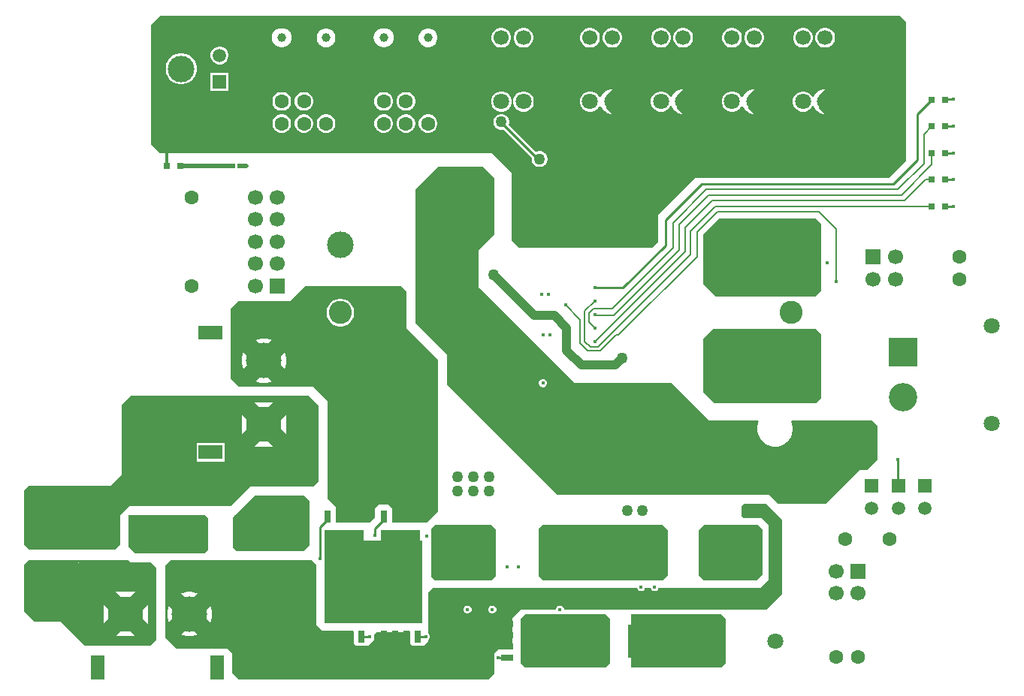
<source format=gtl>
G04*
G04 #@! TF.GenerationSoftware,Altium Limited,Altium Designer,24.1.2 (44)*
G04*
G04 Layer_Physical_Order=1*
G04 Layer_Color=255*
%FSLAX44Y44*%
%MOMM*%
G71*
G04*
G04 #@! TF.SameCoordinates,2E5B26B1-033E-4B1C-A529-2162076C627E*
G04*
G04*
G04 #@! TF.FilePolarity,Positive*
G04*
G01*
G75*
%ADD11C,0.2500*%
%ADD15C,0.2540*%
%ADD25R,4.6100X3.2500*%
%ADD26R,4.2418X3.8100*%
%ADD27R,0.8000X0.8000*%
%ADD28R,6.0000X2.6000*%
%ADD29R,0.7000X0.6000*%
%ADD64R,0.7100X1.3720*%
%ADD65R,1.3720X0.7100*%
%ADD66C,0.1500*%
%ADD67C,1.0000*%
%ADD68C,0.3500*%
%ADD69C,0.5000*%
%ADD70R,4.5200X3.8500*%
%ADD71R,3.8500X4.5200*%
%ADD72C,1.6000*%
%ADD73C,1.7000*%
%ADD74R,1.7000X1.7000*%
%ADD75R,1.6000X2.7000*%
%ADD76R,2.7000X1.6000*%
%ADD77C,1.8000*%
%ADD78C,1.5000*%
%ADD79R,1.5000X1.5000*%
%ADD80R,1.7000X1.7000*%
%ADD81R,4.0000X4.0000*%
%ADD82C,4.0000*%
%ADD83R,4.0000X4.0000*%
%ADD84C,3.2000*%
%ADD85R,3.2000X3.2000*%
%ADD86C,3.0000*%
%ADD87C,1.5200*%
%ADD88R,1.5200X1.5200*%
%ADD89C,1.0000*%
%ADD90O,4.0000X3.8000*%
%ADD91C,2.6000*%
%ADD92C,1.2700*%
%ADD93C,0.4000*%
G36*
X1003300Y748030D02*
Y590550D01*
X984250Y571500D01*
X765810D01*
X723900Y529590D01*
Y499110D01*
X717550Y492760D01*
X567690D01*
X558800Y501650D01*
Y577850D01*
X537210Y599440D01*
X162560D01*
X152400Y609600D01*
Y744220D01*
X162560Y754380D01*
X996950D01*
X1003300Y748030D01*
D02*
G37*
G36*
X908050Y519430D02*
X908050Y444500D01*
X901700Y438150D01*
X788670D01*
X774700Y452120D01*
Y508000D01*
X792480Y525780D01*
X901700D01*
X908050Y519430D01*
D02*
G37*
G36*
Y394970D02*
Y323850D01*
X901700Y317500D01*
X787400D01*
X774700Y330200D01*
Y389890D01*
X786130Y401320D01*
X901700D01*
X908050Y394970D01*
D02*
G37*
G36*
X539750Y571500D02*
Y508000D01*
X521970Y490220D01*
Y448310D01*
X629920Y340360D01*
X739140D01*
X781050Y298450D01*
X837080D01*
X837786Y297394D01*
X836730Y294846D01*
X835960Y290974D01*
Y287026D01*
X836730Y283155D01*
X838241Y279508D01*
X840434Y276225D01*
X843225Y273434D01*
X846507Y271241D01*
X850155Y269730D01*
X854026Y268960D01*
X857974D01*
X861845Y269730D01*
X865492Y271241D01*
X868775Y273434D01*
X871566Y276225D01*
X873759Y279508D01*
X875270Y283155D01*
X876040Y287026D01*
Y290974D01*
X875270Y294846D01*
X874214Y297394D01*
X874920Y298450D01*
X965200D01*
X971550Y292100D01*
Y254000D01*
X960120Y242570D01*
X951230Y242570D01*
X913130Y204470D01*
X859790Y204470D01*
X849630Y214630D01*
X610870D01*
X486410Y339090D01*
Y371853D01*
X450850Y408212D01*
Y558800D01*
X476250Y584200D01*
X527050D01*
X539750Y571500D01*
D02*
G37*
G36*
X330200Y326390D02*
X341630Y314960D01*
X341630Y229870D01*
X335280Y223520D01*
X264160D01*
X242570Y201930D01*
X128270Y201930D01*
X118110Y191770D01*
X118110Y158750D01*
X111760Y152400D01*
X15240D01*
X10000Y157640D01*
X10000Y219710D01*
X15080Y224790D01*
X106680D01*
X119380Y237490D01*
Y316230D01*
X129540Y326390D01*
X330200Y326390D01*
D02*
G37*
G36*
X440690Y443230D02*
Y402590D01*
X476250Y367030D01*
Y195580D01*
X463550Y182880D01*
X424180D01*
X424180Y199390D01*
X420370Y203200D01*
X408940D01*
X405130Y199390D01*
Y189050D01*
X398960Y182880D01*
X360680D01*
X360680Y200660D01*
X351790Y209550D01*
Y320040D01*
X335280Y336550D01*
X251460D01*
X242570Y345440D01*
Y424180D01*
X251460Y433070D01*
X309880D01*
X326390Y449580D01*
X434340D01*
X440690Y443230D01*
D02*
G37*
G36*
X735590Y175000D02*
Y124000D01*
X729590Y118000D01*
X594470D01*
X589280Y123190D01*
Y176530D01*
X593750Y181000D01*
X657000Y181000D01*
X657000Y181000D01*
X729590Y181000D01*
X735590Y175000D01*
D02*
G37*
G36*
X331470Y207010D02*
X331470Y157480D01*
X325120Y151130D01*
X248920D01*
X245110Y154940D01*
Y189230D01*
X269240Y213360D01*
X325120D01*
X331470Y207010D01*
D02*
G37*
G36*
X217170Y187960D02*
X217170Y152400D01*
X213360Y148590D01*
X134620Y148590D01*
X127620Y155590D01*
Y191770D01*
X213360D01*
X217170Y187960D01*
D02*
G37*
G36*
X842010Y175260D02*
Y124460D01*
X835550Y118000D01*
X776000D01*
X770000Y124000D01*
Y175000D01*
X776000Y181000D01*
X836270D01*
X842010Y175260D01*
D02*
G37*
G36*
X541020D02*
Y123190D01*
X535830Y118000D01*
X472550D01*
X468630Y121920D01*
Y176530D01*
X473100Y181000D01*
X535280D01*
X541020Y175260D01*
D02*
G37*
G36*
X863600Y186690D02*
X863600Y102870D01*
X845820Y85090D01*
X617950D01*
Y85993D01*
X617259Y87662D01*
X615982Y88939D01*
X614313Y89630D01*
X612507D01*
X610838Y88939D01*
X609561Y87662D01*
X608870Y85993D01*
Y85090D01*
X568960D01*
X560000Y74930D01*
Y40000D01*
X543560D01*
X539750Y35560D01*
Y32603D01*
X539460Y31903D01*
Y30097D01*
X539750Y29397D01*
Y12700D01*
X533400Y6350D01*
X251460D01*
X243840Y13970D01*
Y35560D01*
X242570Y36830D01*
X238760Y40640D01*
X181610D01*
X168910Y53340D01*
Y134620D01*
X175290Y141000D01*
X333980Y141000D01*
X339090Y135890D01*
X339090Y67310D01*
X345440Y60960D01*
X377190D01*
X377547Y60603D01*
X381000D01*
Y46990D01*
X383540Y44450D01*
X397510D01*
X403860Y50800D01*
Y57150D01*
X406400Y59690D01*
X411480D01*
Y60130D01*
X418480D01*
Y59690D01*
X424480D01*
Y60130D01*
X430480D01*
Y59690D01*
X430530D01*
X437480Y59690D01*
Y60130D01*
X444500D01*
Y57150D01*
D01*
Y46990D01*
X447040Y44450D01*
X459740D01*
X464820Y49530D01*
Y50748D01*
X464852Y50761D01*
X466129Y52038D01*
X466820Y53707D01*
Y55513D01*
X466129Y57182D01*
X464852Y58459D01*
X464820Y58472D01*
X464820Y104140D01*
X469900Y109220D01*
X560000Y109220D01*
X700521D01*
X701101Y107818D01*
X702378Y106541D01*
X704047Y105850D01*
X705853D01*
X707522Y106541D01*
X708799Y107818D01*
X709379Y109220D01*
X715761D01*
X716341Y107818D01*
X717618Y106541D01*
X719287Y105850D01*
X721093D01*
X722762Y106541D01*
X724039Y107818D01*
X724619Y109220D01*
X839470D01*
X848360Y118110D01*
Y180340D01*
X840740Y187960D01*
X820420D01*
X817880Y190500D01*
Y201930D01*
X820420Y204470D01*
X845820D01*
X863600Y186690D01*
D02*
G37*
G36*
X458470Y69850D02*
X347950D01*
Y162560D01*
X458470D01*
Y69850D01*
D02*
G37*
G36*
X129540Y138430D02*
X152400D01*
X158750Y132080D01*
X158750Y50800D01*
X158750D01*
X152400Y44450D01*
X77470Y44450D01*
X50800Y71120D01*
X21590D01*
X10000Y82710D01*
X10000Y135730D01*
X15240Y140970D01*
X127000Y140970D01*
X129540Y138430D01*
D02*
G37*
G36*
X800000Y75182D02*
Y24818D01*
X795000Y20000D01*
X694000D01*
Y80000D01*
X795000Y80000D01*
X800000Y75182D01*
D02*
G37*
G36*
X669818D02*
Y24818D01*
X665000Y20000D01*
X574000D01*
X569000Y25000D01*
Y75000D01*
X574000Y80000D01*
X665000D01*
X669818Y75182D01*
D02*
G37*
%LPC*%
G36*
X466388Y740540D02*
X463612D01*
X460932Y739822D01*
X458528Y738434D01*
X456566Y736472D01*
X455178Y734068D01*
X454460Y731388D01*
Y728612D01*
X455178Y725932D01*
X456566Y723528D01*
X458528Y721566D01*
X460932Y720178D01*
X463612Y719460D01*
X466388D01*
X469068Y720178D01*
X471472Y721566D01*
X473434Y723528D01*
X474822Y725932D01*
X475540Y728612D01*
Y731388D01*
X474822Y734068D01*
X473434Y736472D01*
X471472Y738434D01*
X469068Y739822D01*
X466388Y740540D01*
D02*
G37*
G36*
X351388D02*
X348612D01*
X345932Y739822D01*
X343528Y738434D01*
X341566Y736472D01*
X340178Y734068D01*
X339460Y731388D01*
Y728612D01*
X340178Y725932D01*
X341566Y723528D01*
X343528Y721566D01*
X345932Y720178D01*
X348612Y719460D01*
X351388D01*
X354068Y720178D01*
X356472Y721566D01*
X358434Y723528D01*
X359822Y725932D01*
X360540Y728612D01*
Y731388D01*
X359822Y734068D01*
X358434Y736472D01*
X356472Y738434D01*
X354068Y739822D01*
X351388Y740540D01*
D02*
G37*
G36*
X415750Y740631D02*
X414250D01*
X411498Y740269D01*
X408935Y739207D01*
X406733Y737517D01*
X405043Y735315D01*
X403981Y732751D01*
X403619Y730000D01*
X403981Y727249D01*
X405043Y724685D01*
X406733Y722483D01*
X408935Y720793D01*
X411498Y719731D01*
X414250Y719369D01*
X415750D01*
X418502Y719731D01*
X421065Y720793D01*
X423267Y722483D01*
X424957Y724685D01*
X426019Y727249D01*
X426381Y730000D01*
X426019Y732751D01*
X424957Y735315D01*
X423267Y737517D01*
X421065Y739207D01*
X418502Y740269D01*
X415750Y740631D01*
D02*
G37*
G36*
X300750D02*
X299250D01*
X296499Y740269D01*
X293934Y739207D01*
X291733Y737517D01*
X290043Y735315D01*
X288981Y732751D01*
X288619Y730000D01*
X288981Y727249D01*
X290043Y724685D01*
X291733Y722483D01*
X293934Y720793D01*
X296499Y719731D01*
X299250Y719369D01*
X300750D01*
X303501Y719731D01*
X306066Y720793D01*
X308267Y722483D01*
X309957Y724685D01*
X311019Y727249D01*
X311381Y730000D01*
X311019Y732751D01*
X309957Y735315D01*
X308267Y737517D01*
X306066Y739207D01*
X303501Y740269D01*
X300750Y740631D01*
D02*
G37*
G36*
X913953Y740840D02*
X911047D01*
X908239Y740088D01*
X905721Y738634D01*
X903666Y736579D01*
X902212Y734061D01*
X901460Y731253D01*
Y728346D01*
X902212Y725539D01*
X903666Y723021D01*
X905721Y720966D01*
X908239Y719512D01*
X911047Y718760D01*
X913953D01*
X916761Y719512D01*
X919279Y720966D01*
X921334Y723021D01*
X922788Y725539D01*
X923540Y728346D01*
Y731253D01*
X922788Y734061D01*
X921334Y736579D01*
X919279Y738634D01*
X916761Y740088D01*
X913953Y740840D01*
D02*
G37*
G36*
X888953D02*
X886047D01*
X883239Y740088D01*
X880721Y738634D01*
X878666Y736579D01*
X877212Y734061D01*
X876460Y731253D01*
Y728346D01*
X877212Y725539D01*
X878666Y723021D01*
X880721Y720966D01*
X883239Y719512D01*
X886047Y718760D01*
X888953D01*
X891761Y719512D01*
X894279Y720966D01*
X896334Y723021D01*
X897788Y725539D01*
X898540Y728346D01*
Y731253D01*
X897788Y734061D01*
X896334Y736579D01*
X894279Y738634D01*
X891761Y740088D01*
X888953Y740840D01*
D02*
G37*
G36*
X833953D02*
X831047D01*
X828239Y740088D01*
X825721Y738634D01*
X823666Y736579D01*
X822212Y734061D01*
X821460Y731253D01*
Y728346D01*
X822212Y725539D01*
X823666Y723021D01*
X825721Y720966D01*
X828239Y719512D01*
X831047Y718760D01*
X833953D01*
X836761Y719512D01*
X839279Y720966D01*
X841334Y723021D01*
X842788Y725539D01*
X843540Y728346D01*
Y731253D01*
X842788Y734061D01*
X841334Y736579D01*
X839279Y738634D01*
X836761Y740088D01*
X833953Y740840D01*
D02*
G37*
G36*
X808953D02*
X806047D01*
X803239Y740088D01*
X800721Y738634D01*
X798666Y736579D01*
X797212Y734061D01*
X796460Y731253D01*
Y728346D01*
X797212Y725539D01*
X798666Y723021D01*
X800721Y720966D01*
X803239Y719512D01*
X806047Y718760D01*
X808953D01*
X811761Y719512D01*
X814279Y720966D01*
X816334Y723021D01*
X817788Y725539D01*
X818540Y728346D01*
Y731253D01*
X817788Y734061D01*
X816334Y736579D01*
X814279Y738634D01*
X811761Y740088D01*
X808953Y740840D01*
D02*
G37*
G36*
X753953D02*
X751047D01*
X748239Y740088D01*
X745721Y738634D01*
X743666Y736579D01*
X742212Y734061D01*
X741460Y731253D01*
Y728346D01*
X742212Y725539D01*
X743666Y723021D01*
X745721Y720966D01*
X748239Y719512D01*
X751047Y718760D01*
X753953D01*
X756761Y719512D01*
X759279Y720966D01*
X761334Y723021D01*
X762788Y725539D01*
X763540Y728346D01*
Y731253D01*
X762788Y734061D01*
X761334Y736579D01*
X759279Y738634D01*
X756761Y740088D01*
X753953Y740840D01*
D02*
G37*
G36*
X728953D02*
X726047D01*
X723239Y740088D01*
X720721Y738634D01*
X718666Y736579D01*
X717212Y734061D01*
X716460Y731253D01*
Y728346D01*
X717212Y725539D01*
X718666Y723021D01*
X720721Y720966D01*
X723239Y719512D01*
X726047Y718760D01*
X728953D01*
X731761Y719512D01*
X734279Y720966D01*
X736334Y723021D01*
X737788Y725539D01*
X738540Y728346D01*
Y731253D01*
X737788Y734061D01*
X736334Y736579D01*
X734279Y738634D01*
X731761Y740088D01*
X728953Y740840D01*
D02*
G37*
G36*
X673953D02*
X671047D01*
X668239Y740088D01*
X665721Y738634D01*
X663666Y736579D01*
X662212Y734061D01*
X661460Y731253D01*
Y728346D01*
X662212Y725539D01*
X663666Y723021D01*
X665721Y720966D01*
X668239Y719512D01*
X671047Y718760D01*
X673953D01*
X676761Y719512D01*
X679279Y720966D01*
X681334Y723021D01*
X682788Y725539D01*
X683540Y728346D01*
Y731253D01*
X682788Y734061D01*
X681334Y736579D01*
X679279Y738634D01*
X676761Y740088D01*
X673953Y740840D01*
D02*
G37*
G36*
X648953D02*
X646047D01*
X643239Y740088D01*
X640721Y738634D01*
X638666Y736579D01*
X637212Y734061D01*
X636460Y731253D01*
Y728346D01*
X637212Y725539D01*
X638666Y723021D01*
X640721Y720966D01*
X643239Y719512D01*
X646047Y718760D01*
X648953D01*
X651761Y719512D01*
X654279Y720966D01*
X656334Y723021D01*
X657788Y725539D01*
X658540Y728346D01*
Y731253D01*
X657788Y734061D01*
X656334Y736579D01*
X654279Y738634D01*
X651761Y740088D01*
X648953Y740840D01*
D02*
G37*
G36*
X573953D02*
X571046D01*
X568239Y740088D01*
X565721Y738634D01*
X563666Y736579D01*
X562212Y734061D01*
X561460Y731253D01*
Y728346D01*
X562212Y725539D01*
X563666Y723021D01*
X565721Y720966D01*
X568239Y719512D01*
X571046Y718760D01*
X573953D01*
X576761Y719512D01*
X579279Y720966D01*
X581334Y723021D01*
X582788Y725539D01*
X583540Y728346D01*
Y731253D01*
X582788Y734061D01*
X581334Y736579D01*
X579279Y738634D01*
X576761Y740088D01*
X573953Y740840D01*
D02*
G37*
G36*
X548953D02*
X546046D01*
X543239Y740088D01*
X540721Y738634D01*
X538666Y736579D01*
X537212Y734061D01*
X536460Y731253D01*
Y728346D01*
X537212Y725539D01*
X538666Y723021D01*
X540721Y720966D01*
X543239Y719512D01*
X546046Y718760D01*
X548953D01*
X551761Y719512D01*
X554279Y720966D01*
X556334Y723021D01*
X557788Y725539D01*
X558540Y728346D01*
Y731253D01*
X557788Y734061D01*
X556334Y736579D01*
X554279Y738634D01*
X551761Y740088D01*
X548953Y740840D01*
D02*
G37*
G36*
X231335Y720140D02*
X228665D01*
X226086Y719449D01*
X223774Y718114D01*
X221886Y716226D01*
X220551Y713914D01*
X219860Y711335D01*
Y708665D01*
X220551Y706086D01*
X221886Y703774D01*
X223774Y701886D01*
X226086Y700551D01*
X228665Y699860D01*
X231335D01*
X233914Y700551D01*
X236226Y701886D01*
X238114Y703774D01*
X239449Y706086D01*
X240140Y708665D01*
Y711335D01*
X239449Y713914D01*
X238114Y716226D01*
X236226Y718114D01*
X233914Y719449D01*
X231335Y720140D01*
D02*
G37*
G36*
X188528Y712540D02*
X185072D01*
X181684Y711866D01*
X178492Y710544D01*
X175619Y708624D01*
X173176Y706181D01*
X171256Y703308D01*
X169934Y700116D01*
X169260Y696728D01*
Y693272D01*
X169934Y689884D01*
X171256Y686692D01*
X173176Y683819D01*
X175619Y681376D01*
X178492Y679456D01*
X181684Y678134D01*
X185072Y677460D01*
X188528D01*
X191916Y678134D01*
X195108Y679456D01*
X197981Y681376D01*
X200424Y683819D01*
X202344Y686692D01*
X203666Y689884D01*
X204340Y693272D01*
Y696728D01*
X203666Y700116D01*
X202344Y703308D01*
X200424Y706181D01*
X197981Y708624D01*
X195108Y710544D01*
X191916Y711866D01*
X188528Y712540D01*
D02*
G37*
G36*
X240140Y690140D02*
X219860D01*
Y669860D01*
X240140D01*
Y690140D01*
D02*
G37*
G36*
X912358Y672000D02*
X910657D01*
X907096Y671046D01*
X903904Y669203D01*
X901297Y666596D01*
X899454Y663404D01*
X899359Y663048D01*
X898002Y662890D01*
X896734Y665086D01*
X894586Y667234D01*
X891954Y668754D01*
X889019Y669540D01*
X885981D01*
X883046Y668754D01*
X880414Y667234D01*
X878266Y665086D01*
X876747Y662454D01*
X875960Y659519D01*
Y656481D01*
X876747Y653546D01*
X878266Y650914D01*
X880414Y648766D01*
X883046Y647246D01*
X885981Y646460D01*
X889019D01*
X891954Y647246D01*
X894586Y648766D01*
X896734Y650914D01*
X898002Y653110D01*
X899359Y652952D01*
X899454Y652596D01*
X901297Y649404D01*
X903904Y646797D01*
X907096Y644954D01*
X910657Y644000D01*
X912358D01*
X905429Y650929D01*
X912500Y658000D01*
X905429Y665071D01*
X912358Y672000D01*
D02*
G37*
G36*
X832358D02*
X830657D01*
X827096Y671046D01*
X823904Y669203D01*
X821297Y666596D01*
X819454Y663404D01*
X819359Y663048D01*
X818002Y662890D01*
X816734Y665086D01*
X814586Y667234D01*
X811954Y668754D01*
X809019Y669540D01*
X805981D01*
X803046Y668754D01*
X800414Y667234D01*
X798266Y665086D01*
X796747Y662454D01*
X795960Y659519D01*
Y656481D01*
X796747Y653546D01*
X798266Y650914D01*
X800414Y648766D01*
X803046Y647246D01*
X805981Y646460D01*
X809019D01*
X811954Y647246D01*
X814586Y648766D01*
X816734Y650914D01*
X818002Y653110D01*
X819359Y652952D01*
X819454Y652596D01*
X821297Y649404D01*
X823904Y646797D01*
X827096Y644954D01*
X830657Y644000D01*
X832358D01*
X825429Y650929D01*
X832500Y658000D01*
X825429Y665071D01*
X832358Y672000D01*
D02*
G37*
G36*
X752358D02*
X750657D01*
X747096Y671046D01*
X743904Y669203D01*
X741297Y666596D01*
X739454Y663404D01*
X739359Y663048D01*
X738002Y662890D01*
X736734Y665086D01*
X734586Y667234D01*
X731954Y668754D01*
X729019Y669540D01*
X725981D01*
X723046Y668754D01*
X720414Y667234D01*
X718266Y665086D01*
X716746Y662454D01*
X715960Y659519D01*
Y656481D01*
X716746Y653546D01*
X718266Y650914D01*
X720414Y648766D01*
X723046Y647246D01*
X725981Y646460D01*
X729019D01*
X731954Y647246D01*
X734586Y648766D01*
X736734Y650914D01*
X738002Y653110D01*
X739359Y652952D01*
X739454Y652596D01*
X741297Y649404D01*
X743904Y646797D01*
X747096Y644954D01*
X750657Y644000D01*
X752358D01*
X745429Y650929D01*
X752500Y658000D01*
X745429Y665071D01*
X752358Y672000D01*
D02*
G37*
G36*
X672358D02*
X670657D01*
X667096Y671046D01*
X663904Y669203D01*
X661297Y666596D01*
X659454Y663404D01*
X659359Y663048D01*
X658002Y662890D01*
X656734Y665086D01*
X654586Y667234D01*
X651954Y668754D01*
X649019Y669540D01*
X645981D01*
X643046Y668754D01*
X640414Y667234D01*
X638266Y665086D01*
X636746Y662454D01*
X635960Y659519D01*
Y656481D01*
X636746Y653546D01*
X638266Y650914D01*
X640414Y648766D01*
X643046Y647246D01*
X645981Y646460D01*
X649019D01*
X651954Y647246D01*
X654586Y648766D01*
X656734Y650914D01*
X658002Y653110D01*
X659359Y652952D01*
X659454Y652596D01*
X661297Y649404D01*
X663904Y646797D01*
X667096Y644954D01*
X670657Y644000D01*
X672358D01*
X665429Y650929D01*
X672500Y658000D01*
X665429Y665071D01*
X672358Y672000D01*
D02*
G37*
G36*
X441388Y668740D02*
X438612D01*
X435932Y668022D01*
X433528Y666634D01*
X431566Y664672D01*
X430178Y662268D01*
X429460Y659588D01*
Y656812D01*
X430178Y654132D01*
X431566Y651728D01*
X433528Y649766D01*
X435932Y648378D01*
X438612Y647660D01*
X441388D01*
X444068Y648378D01*
X446472Y649766D01*
X448434Y651728D01*
X449822Y654132D01*
X450540Y656812D01*
Y659588D01*
X449822Y662268D01*
X448434Y664672D01*
X446472Y666634D01*
X444068Y668022D01*
X441388Y668740D01*
D02*
G37*
G36*
X416388D02*
X413612D01*
X410932Y668022D01*
X408528Y666634D01*
X406566Y664672D01*
X405178Y662268D01*
X404460Y659588D01*
Y656812D01*
X405178Y654132D01*
X406566Y651728D01*
X408528Y649766D01*
X410932Y648378D01*
X413612Y647660D01*
X416388D01*
X419068Y648378D01*
X421472Y649766D01*
X423434Y651728D01*
X424822Y654132D01*
X425540Y656812D01*
Y659588D01*
X424822Y662268D01*
X423434Y664672D01*
X421472Y666634D01*
X419068Y668022D01*
X416388Y668740D01*
D02*
G37*
G36*
X326388D02*
X323612D01*
X320932Y668022D01*
X318528Y666634D01*
X316566Y664672D01*
X315178Y662268D01*
X314460Y659588D01*
Y656812D01*
X315178Y654132D01*
X316566Y651728D01*
X318528Y649766D01*
X320932Y648378D01*
X323612Y647660D01*
X326388D01*
X329068Y648378D01*
X331472Y649766D01*
X333434Y651728D01*
X334822Y654132D01*
X335540Y656812D01*
Y659588D01*
X334822Y662268D01*
X333434Y664672D01*
X331472Y666634D01*
X329068Y668022D01*
X326388Y668740D01*
D02*
G37*
G36*
X301388D02*
X298612D01*
X295932Y668022D01*
X293528Y666634D01*
X291566Y664672D01*
X290178Y662268D01*
X289460Y659588D01*
Y656812D01*
X290178Y654132D01*
X291566Y651728D01*
X293528Y649766D01*
X295932Y648378D01*
X298612Y647660D01*
X301388D01*
X304068Y648378D01*
X306472Y649766D01*
X308434Y651728D01*
X309822Y654132D01*
X310540Y656812D01*
Y659588D01*
X309822Y662268D01*
X308434Y664672D01*
X306472Y666634D01*
X304068Y668022D01*
X301388Y668740D01*
D02*
G37*
G36*
X574019Y669540D02*
X570981D01*
X568046Y668754D01*
X565414Y667234D01*
X563266Y665086D01*
X561746Y662454D01*
X560960Y659519D01*
Y656481D01*
X561746Y653546D01*
X563266Y650914D01*
X565414Y648766D01*
X568046Y647246D01*
X570981Y646460D01*
X574019D01*
X576954Y647246D01*
X579586Y648766D01*
X581734Y650914D01*
X583254Y653546D01*
X584040Y656481D01*
Y659519D01*
X583254Y662454D01*
X581734Y665086D01*
X579586Y667234D01*
X576954Y668754D01*
X574019Y669540D01*
D02*
G37*
G36*
X549019D02*
X545981D01*
X543046Y668754D01*
X540414Y667234D01*
X538266Y665086D01*
X536746Y662454D01*
X535960Y659519D01*
Y656481D01*
X536746Y653546D01*
X538266Y650914D01*
X540414Y648766D01*
X543046Y647246D01*
X545981Y646460D01*
X549019D01*
X551954Y647246D01*
X554586Y648766D01*
X556734Y650914D01*
X558254Y653546D01*
X559040Y656481D01*
Y659519D01*
X558254Y662454D01*
X556734Y665086D01*
X554586Y667234D01*
X551954Y668754D01*
X549019Y669540D01*
D02*
G37*
G36*
X466388Y643740D02*
X463612D01*
X460932Y643022D01*
X458528Y641634D01*
X456566Y639672D01*
X455178Y637268D01*
X454460Y634588D01*
Y631812D01*
X455178Y629132D01*
X456566Y626728D01*
X458528Y624766D01*
X460932Y623378D01*
X463612Y622660D01*
X466388D01*
X469068Y623378D01*
X471472Y624766D01*
X473434Y626728D01*
X474822Y629132D01*
X475540Y631812D01*
Y634588D01*
X474822Y637268D01*
X473434Y639672D01*
X471472Y641634D01*
X469068Y643022D01*
X466388Y643740D01*
D02*
G37*
G36*
X441388D02*
X438612D01*
X435932Y643022D01*
X433528Y641634D01*
X431566Y639672D01*
X430178Y637268D01*
X429460Y634588D01*
Y631812D01*
X430178Y629132D01*
X431566Y626728D01*
X433528Y624766D01*
X435932Y623378D01*
X438612Y622660D01*
X441388D01*
X444068Y623378D01*
X446472Y624766D01*
X448434Y626728D01*
X449822Y629132D01*
X450540Y631812D01*
Y634588D01*
X449822Y637268D01*
X448434Y639672D01*
X446472Y641634D01*
X444068Y643022D01*
X441388Y643740D01*
D02*
G37*
G36*
X416388D02*
X413612D01*
X410932Y643022D01*
X408528Y641634D01*
X406566Y639672D01*
X405178Y637268D01*
X404460Y634588D01*
Y631812D01*
X405178Y629132D01*
X406566Y626728D01*
X408528Y624766D01*
X410932Y623378D01*
X413612Y622660D01*
X416388D01*
X419068Y623378D01*
X421472Y624766D01*
X423434Y626728D01*
X424822Y629132D01*
X425540Y631812D01*
Y634588D01*
X424822Y637268D01*
X423434Y639672D01*
X421472Y641634D01*
X419068Y643022D01*
X416388Y643740D01*
D02*
G37*
G36*
X351388D02*
X348612D01*
X345932Y643022D01*
X343528Y641634D01*
X341566Y639672D01*
X340178Y637268D01*
X339460Y634588D01*
Y631812D01*
X340178Y629132D01*
X341566Y626728D01*
X343528Y624766D01*
X345932Y623378D01*
X348612Y622660D01*
X351388D01*
X354068Y623378D01*
X356472Y624766D01*
X358434Y626728D01*
X359822Y629132D01*
X360540Y631812D01*
Y634588D01*
X359822Y637268D01*
X358434Y639672D01*
X356472Y641634D01*
X354068Y643022D01*
X351388Y643740D01*
D02*
G37*
G36*
X326388D02*
X323612D01*
X320932Y643022D01*
X318528Y641634D01*
X316566Y639672D01*
X315178Y637268D01*
X314460Y634588D01*
Y631812D01*
X315178Y629132D01*
X316566Y626728D01*
X318528Y624766D01*
X320932Y623378D01*
X323612Y622660D01*
X326388D01*
X329068Y623378D01*
X331472Y624766D01*
X333434Y626728D01*
X334822Y629132D01*
X335540Y631812D01*
Y634588D01*
X334822Y637268D01*
X333434Y639672D01*
X331472Y641634D01*
X329068Y643022D01*
X326388Y643740D01*
D02*
G37*
G36*
X301388D02*
X298612D01*
X295932Y643022D01*
X293528Y641634D01*
X291566Y639672D01*
X290178Y637268D01*
X289460Y634588D01*
Y631812D01*
X290178Y629132D01*
X291566Y626728D01*
X293528Y624766D01*
X295932Y623378D01*
X298612Y622660D01*
X301388D01*
X304068Y623378D01*
X306472Y624766D01*
X308434Y626728D01*
X309822Y629132D01*
X310540Y631812D01*
Y634588D01*
X309822Y637268D01*
X308434Y639672D01*
X306472Y641634D01*
X304068Y643022D01*
X301388Y643740D01*
D02*
G37*
G36*
X548540Y643890D02*
X546200D01*
X543939Y643284D01*
X541911Y642114D01*
X540256Y640459D01*
X539086Y638431D01*
X538480Y636170D01*
Y633830D01*
X539086Y631569D01*
X540256Y629541D01*
X541911Y627886D01*
X543939Y626716D01*
X546200Y626110D01*
X548540D01*
X549944Y626486D01*
X581768Y594663D01*
X581660Y594260D01*
Y591920D01*
X582266Y589659D01*
X583436Y587631D01*
X585091Y585976D01*
X587119Y584806D01*
X589380Y584200D01*
X591720D01*
X593981Y584806D01*
X596009Y585976D01*
X597664Y587631D01*
X598834Y589659D01*
X599440Y591920D01*
Y594260D01*
X598834Y596521D01*
X597664Y598549D01*
X596009Y600204D01*
X593981Y601374D01*
X591720Y601980D01*
X589380D01*
X587119Y601374D01*
X586400Y600960D01*
X555683Y631677D01*
X556260Y633830D01*
Y636170D01*
X555654Y638431D01*
X554484Y640459D01*
X552829Y642114D01*
X550801Y643284D01*
X548540Y643890D01*
D02*
G37*
G36*
X595263Y344900D02*
X593457D01*
X591788Y344209D01*
X590511Y342932D01*
X589820Y341263D01*
Y339457D01*
X590511Y337788D01*
X591788Y336511D01*
X593457Y335820D01*
X595263D01*
X596932Y336511D01*
X598209Y337788D01*
X598900Y339457D01*
Y341263D01*
X598209Y342932D01*
X596932Y344209D01*
X595263Y344900D01*
D02*
G37*
G36*
X290858Y319000D02*
X269142D01*
X280000Y308142D01*
X290858Y319000D01*
D02*
G37*
G36*
X255000Y304858D02*
Y283142D01*
X265858Y294000D01*
X255000Y304858D01*
D02*
G37*
G36*
X305000Y304858D02*
X294142Y294000D01*
X305000Y283142D01*
Y304858D01*
D02*
G37*
G36*
X280000Y279858D02*
X269142Y269000D01*
X290858D01*
X280000Y279858D01*
D02*
G37*
G36*
X236040Y273040D02*
X203960D01*
Y251960D01*
X236040D01*
Y273040D01*
D02*
G37*
G36*
X367531Y435540D02*
X364469D01*
X361467Y434943D01*
X358639Y433771D01*
X356094Y432071D01*
X353929Y429906D01*
X352229Y427361D01*
X351057Y424533D01*
X350460Y421531D01*
Y418469D01*
X351057Y415467D01*
X352229Y412639D01*
X353929Y410094D01*
X356094Y407929D01*
X358639Y406229D01*
X361467Y405057D01*
X364469Y404460D01*
X367531D01*
X370533Y405057D01*
X373361Y406229D01*
X375906Y407929D01*
X378071Y410094D01*
X379771Y412639D01*
X380943Y415467D01*
X381540Y418469D01*
Y421531D01*
X380943Y424533D01*
X379771Y427361D01*
X378071Y429906D01*
X375906Y432071D01*
X373361Y433771D01*
X370533Y434943D01*
X367531Y435540D01*
D02*
G37*
G36*
X282462Y391000D02*
X277538D01*
X272708Y390039D01*
X270866Y389276D01*
X280000Y380142D01*
X289134Y389276D01*
X287292Y390039D01*
X282462Y391000D01*
D02*
G37*
G36*
X256724Y375134D02*
X255961Y373292D01*
X255000Y368462D01*
Y363538D01*
X255961Y358708D01*
X256724Y356866D01*
X265858Y366000D01*
X256724Y375134D01*
D02*
G37*
G36*
X303276Y375134D02*
X294142Y366000D01*
X303276Y356866D01*
X304039Y358708D01*
X305000Y363538D01*
Y368462D01*
X304039Y373292D01*
X303276Y375134D01*
D02*
G37*
G36*
X280000Y351858D02*
X270866Y342724D01*
X272708Y341961D01*
X277538Y341000D01*
X282462D01*
X287292Y341961D01*
X289134Y342724D01*
X280000Y351858D01*
D02*
G37*
G36*
X198462Y105000D02*
X193538D01*
X188708Y104039D01*
X186866Y103276D01*
X196000Y94142D01*
X205134Y103276D01*
X203292Y104039D01*
X198462Y105000D01*
D02*
G37*
G36*
X538113Y89630D02*
X536307D01*
X534638Y88939D01*
X533361Y87662D01*
X532670Y85993D01*
Y84187D01*
X533361Y82518D01*
X534638Y81241D01*
X536307Y80550D01*
X538113D01*
X539782Y81241D01*
X541059Y82518D01*
X541750Y84187D01*
Y85993D01*
X541059Y87662D01*
X539782Y88939D01*
X538113Y89630D01*
D02*
G37*
G36*
X510173D02*
X508367D01*
X506698Y88939D01*
X505421Y87662D01*
X504730Y85993D01*
Y84187D01*
X505421Y82518D01*
X506698Y81241D01*
X508367Y80550D01*
X510173D01*
X511842Y81241D01*
X513119Y82518D01*
X513810Y84187D01*
Y85993D01*
X513119Y87662D01*
X511842Y88939D01*
X510173Y89630D01*
D02*
G37*
G36*
X219276Y89134D02*
X210142Y80000D01*
X219276Y70866D01*
X220039Y72708D01*
X221000Y77538D01*
Y82462D01*
X220039Y87292D01*
X219276Y89134D01*
D02*
G37*
G36*
X172724Y89134D02*
X171961Y87292D01*
X171000Y82462D01*
Y77538D01*
X171961Y72708D01*
X172724Y70866D01*
X181858Y80000D01*
X172724Y89134D01*
D02*
G37*
G36*
X196000Y65858D02*
X186866Y56724D01*
X188708Y55961D01*
X193538Y55000D01*
X198462D01*
X203292Y55961D01*
X205134Y56724D01*
X196000Y65858D01*
D02*
G37*
G36*
X72390Y138484D02*
X70911Y138190D01*
X69658Y137352D01*
X68820Y136099D01*
X68526Y134620D01*
Y133350D01*
X68820Y131871D01*
X69658Y130618D01*
X70928Y129348D01*
X72181Y128510D01*
X73660Y128216D01*
X75139Y128510D01*
X76392Y129348D01*
X77230Y130601D01*
X77524Y132080D01*
X77230Y133559D01*
X76392Y134812D01*
X76172Y135033D01*
X75960Y136099D01*
X75122Y137352D01*
X73869Y138190D01*
X72390Y138484D01*
D02*
G37*
G36*
X134858Y105000D02*
X113142D01*
X124000Y94142D01*
X134858Y105000D01*
D02*
G37*
G36*
X99000Y90858D02*
Y69142D01*
X109858Y80000D01*
X99000Y90858D01*
D02*
G37*
G36*
X149000Y90858D02*
X138142Y80000D01*
X149000Y69142D01*
Y90858D01*
D02*
G37*
G36*
X124000Y65858D02*
X113142Y55000D01*
X134858D01*
X124000Y65858D01*
D02*
G37*
%LPD*%
D11*
X780890Y49530D02*
X781050D01*
X588805Y593090D02*
X590550D01*
X547370Y634525D02*
Y635000D01*
Y634525D02*
X588805Y593090D01*
X72390Y133350D02*
X73660Y132080D01*
X72390Y133350D02*
Y134620D01*
X405130Y168910D02*
Y176530D01*
X415145Y186545D01*
X342900Y142240D02*
Y177800D01*
X351495Y186395D01*
X454340Y54610D02*
X462280D01*
X391601D02*
X398780D01*
X453390Y53660D02*
X454340Y54610D01*
X389890Y52899D02*
X391601Y54610D01*
X415145Y186545D02*
Y189970D01*
X351495Y186395D02*
Y189970D01*
X1047900Y660400D02*
X1056640D01*
X1047900Y629920D02*
X1056640D01*
X1047650Y600000D02*
X1056707D01*
X1056410Y570000D02*
X1056640Y570230D01*
X1047650Y570000D02*
X1056410D01*
X1056390Y540000D02*
X1056640Y539750D01*
X1047650Y540000D02*
X1056390D01*
X994410Y220590D02*
Y254000D01*
X1047500Y660000D02*
X1047900Y660400D01*
X994410Y220590D02*
X995000Y220000D01*
X544000Y31000D02*
X544050Y30950D01*
X553861D01*
D15*
X653090Y448000D02*
X684728D01*
X652780Y448310D02*
X653090Y448000D01*
X684728D02*
X732290Y495562D01*
Y524010D01*
X773430Y565150D01*
X989330D01*
X1016000Y643500D02*
X1032500Y660000D01*
X989330Y565150D02*
X1016000Y591820D01*
Y643500D01*
D25*
X57150Y102330D02*
D03*
Y199930D02*
D03*
D26*
X711327Y49530D02*
D03*
X647573D02*
D03*
D27*
X1047500Y660000D02*
D03*
X1032500D02*
D03*
X185700Y585000D02*
D03*
X170700D02*
D03*
X1032500Y540000D02*
D03*
X1047500D02*
D03*
X1032500Y570000D02*
D03*
X1047500D02*
D03*
X1032500Y600000D02*
D03*
X1047500D02*
D03*
X1032500Y630000D02*
D03*
X1047500D02*
D03*
D28*
X276620Y179000D02*
D03*
X156620D02*
D03*
X691840Y149860D02*
D03*
X811840D02*
D03*
X621340D02*
D03*
X501340D02*
D03*
D29*
X253047Y585000D02*
D03*
X244047D02*
D03*
D64*
X415145Y108635D02*
D03*
X440545D02*
D03*
X453245D02*
D03*
Y54395D02*
D03*
X440545D02*
D03*
X427845D02*
D03*
X415145D02*
D03*
X427845Y108635D02*
D03*
X364195Y108843D02*
D03*
X351495Y54604D02*
D03*
X364195D02*
D03*
X376895D02*
D03*
X389595D02*
D03*
Y108843D02*
D03*
X376895D02*
D03*
X351495D02*
D03*
X389595Y135730D02*
D03*
X364195D02*
D03*
X351495D02*
D03*
Y189970D02*
D03*
X364195D02*
D03*
X376895D02*
D03*
X389595D02*
D03*
X376895Y135730D02*
D03*
X440545D02*
D03*
X453245Y189970D02*
D03*
X440545D02*
D03*
X427845D02*
D03*
X415145D02*
D03*
Y135730D02*
D03*
X427845D02*
D03*
X453245D02*
D03*
D65*
X608101Y56350D02*
D03*
X553861Y69050D02*
D03*
Y56350D02*
D03*
Y43650D02*
D03*
Y30950D02*
D03*
X608101D02*
D03*
Y43650D02*
D03*
Y69050D02*
D03*
D66*
X905256Y533654D02*
X924560Y514350D01*
Y454660D02*
Y514350D01*
X652780Y387350D02*
X754380Y488950D01*
Y515620D01*
X646430Y408940D02*
X652780Y402590D01*
X646430Y408940D02*
Y419100D01*
X652780Y417830D02*
X654050Y416560D01*
X674338D01*
X641350Y387350D02*
Y421640D01*
X652780Y433070D01*
X790956Y533654D02*
X905256D01*
X641350Y387350D02*
X647700Y381000D01*
X656590D01*
X646430Y419100D02*
X651510Y424180D01*
X672338D01*
X674338Y416560D02*
X748016Y490238D01*
X760730Y485140D02*
Y511810D01*
X656590Y381000D02*
X760730Y485140D01*
X659130Y377190D02*
X676910Y394970D01*
X644398Y377190D02*
X659130D01*
X676910Y394970D02*
X679450D01*
X767842Y483362D02*
Y510540D01*
X679450Y394970D02*
X767842Y483362D01*
X748016Y490238D02*
Y519416D01*
X672338Y424180D02*
X740878Y492719D01*
Y521167D01*
X636270Y385318D02*
X644398Y377190D01*
X767842Y510540D02*
X790956Y533654D01*
X636270Y385318D02*
Y411988D01*
X619760Y428498D02*
X636270Y411988D01*
X760730Y511810D02*
X788920Y540000D01*
X754380Y515620D02*
X784860Y546100D01*
X748016Y519416D02*
X781050Y552450D01*
X740878Y521167D02*
X778510Y558800D01*
X781050Y552450D02*
X998220D01*
X778510Y558800D02*
X994410D01*
X788920Y540000D02*
X1032500D01*
X784860Y546100D02*
X1002030D01*
X1032500Y586730D02*
Y600000D01*
X998220Y552450D02*
X1032500Y586730D01*
X1023620Y588010D02*
Y621120D01*
X994410Y558800D02*
X1023620Y588010D01*
Y621120D02*
X1032500Y630000D01*
X1025930Y570000D02*
X1032500D01*
X1002030Y546100D02*
X1025930Y570000D01*
D67*
X607060Y416560D02*
X621030Y402590D01*
X584200Y416560D02*
X607060D01*
X621030Y377190D02*
Y402590D01*
X538480Y462280D02*
X584200Y416560D01*
X675894Y360680D02*
X683514Y368300D01*
X637540Y360680D02*
X675894D01*
X621030Y377190D02*
X637540Y360680D01*
D68*
X170180Y585520D02*
Y603545D01*
D69*
X253047Y585000D02*
X259880D01*
X260350Y585470D01*
X185700Y585000D02*
X244047D01*
D70*
X434208Y88443D02*
D03*
X370545Y88652D02*
D03*
X370544Y155921D02*
D03*
X434195Y155935D02*
D03*
D71*
X587910Y50000D02*
D03*
D72*
X924800Y31700D02*
D03*
X949800D02*
D03*
X1063300Y482700D02*
D03*
Y457700D02*
D03*
X935000Y165000D02*
D03*
X985000D02*
D03*
X465000Y658200D02*
D03*
X440000D02*
D03*
X415000D02*
D03*
X465000Y633200D02*
D03*
X440000D02*
D03*
X415000D02*
D03*
X198200Y450000D02*
D03*
Y550000D02*
D03*
X300000Y633200D02*
D03*
X325000D02*
D03*
X350000D02*
D03*
X300000Y658200D02*
D03*
X325000D02*
D03*
X350000D02*
D03*
D73*
X924800Y103500D02*
D03*
X949800D02*
D03*
X924800Y128500D02*
D03*
X547500Y729800D02*
D03*
X572500D02*
D03*
X966500Y457700D02*
D03*
X991500Y482700D02*
D03*
Y457700D02*
D03*
X295000Y475000D02*
D03*
Y500000D02*
D03*
Y525000D02*
D03*
Y550000D02*
D03*
X270000Y450000D02*
D03*
Y475000D02*
D03*
Y500000D02*
D03*
Y525000D02*
D03*
Y550000D02*
D03*
X832500Y729800D02*
D03*
X807500D02*
D03*
X887500D02*
D03*
X912500D02*
D03*
X672500D02*
D03*
X647500D02*
D03*
X752500D02*
D03*
X727500D02*
D03*
D74*
X949800Y128500D02*
D03*
D75*
X92500Y20000D02*
D03*
X227500D02*
D03*
D76*
X220000Y262500D02*
D03*
Y397500D02*
D03*
D77*
X547500Y658000D02*
D03*
X572500D02*
D03*
X1100000Y405000D02*
D03*
Y295000D02*
D03*
X855890Y49530D02*
D03*
X780890D02*
D03*
X832500Y658000D02*
D03*
X807500D02*
D03*
X887500D02*
D03*
X912500D02*
D03*
X672500D02*
D03*
X647500D02*
D03*
X752500D02*
D03*
X727500D02*
D03*
D78*
X1025000Y199600D02*
D03*
X995000D02*
D03*
X965000D02*
D03*
D79*
X1025000Y225000D02*
D03*
X995000D02*
D03*
X965000D02*
D03*
D80*
X966500Y482700D02*
D03*
X295000Y450000D02*
D03*
D81*
X124000Y80000D02*
D03*
D82*
X196000D02*
D03*
X280000Y366000D02*
D03*
D83*
Y294000D02*
D03*
D84*
X1000000Y325000D02*
D03*
D85*
Y375000D02*
D03*
D86*
X186800Y695000D02*
D03*
X366000Y496200D02*
D03*
Y343800D02*
D03*
D87*
X260000Y710000D02*
D03*
Y680000D02*
D03*
X230000Y710000D02*
D03*
D88*
Y680000D02*
D03*
D89*
X415000Y730000D02*
D03*
X465000D02*
D03*
X350000D02*
D03*
X300000D02*
D03*
D90*
X874000Y343800D02*
D03*
Y496200D02*
D03*
D91*
Y381900D02*
D03*
Y420000D02*
D03*
Y458100D02*
D03*
X366000Y420000D02*
D03*
D92*
X96520Y199390D02*
D03*
X547370Y635000D02*
D03*
X590550Y593090D02*
D03*
X95250Y182880D02*
D03*
Y215900D02*
D03*
X73660Y132080D02*
D03*
X91440Y166370D02*
D03*
X55880Y133350D02*
D03*
X38100D02*
D03*
X19050D02*
D03*
X55880Y166370D02*
D03*
X38100D02*
D03*
X19050D02*
D03*
X74930D02*
D03*
X367030Y35560D02*
D03*
Y19050D02*
D03*
X383540Y35560D02*
D03*
Y19050D02*
D03*
X400050Y35560D02*
D03*
Y19050D02*
D03*
X416560Y35560D02*
D03*
Y19050D02*
D03*
X538480Y462280D02*
D03*
X515620Y558800D02*
D03*
X791210Y326390D02*
D03*
X812800D02*
D03*
X791210Y345440D02*
D03*
X812800D02*
D03*
X791210Y511810D02*
D03*
X812800D02*
D03*
X791210Y492760D02*
D03*
X812800D02*
D03*
X19050Y182880D02*
D03*
Y199390D02*
D03*
Y215900D02*
D03*
Y116840D02*
D03*
X515620Y218440D02*
D03*
X683514Y368300D02*
D03*
X615690Y539310D02*
D03*
X595690D02*
D03*
X615690Y558850D02*
D03*
X595690D02*
D03*
X675380Y539310D02*
D03*
X635380D02*
D03*
X655380D02*
D03*
X675380Y558850D02*
D03*
X655380D02*
D03*
X635380D02*
D03*
X694750D02*
D03*
X714750D02*
D03*
X694750Y539310D02*
D03*
X714750D02*
D03*
Y499940D02*
D03*
X694750D02*
D03*
X714750Y519480D02*
D03*
X694750D02*
D03*
X635380D02*
D03*
X655380D02*
D03*
X675380D02*
D03*
X655380Y499940D02*
D03*
X635380D02*
D03*
X675380D02*
D03*
X595690Y519480D02*
D03*
X615690D02*
D03*
X595690Y499940D02*
D03*
X615690D02*
D03*
X812326Y365213D02*
D03*
X791210Y365215D02*
D03*
X689610Y196850D02*
D03*
X706120D02*
D03*
X670590Y174000D02*
D03*
X691590D02*
D03*
X713590D02*
D03*
X713740Y127000D02*
D03*
X692150D02*
D03*
X670560D02*
D03*
X599440Y173990D02*
D03*
X619760D02*
D03*
X641350D02*
D03*
Y127000D02*
D03*
X619760D02*
D03*
X599440D02*
D03*
X790000Y125000D02*
D03*
X811000D02*
D03*
X833000D02*
D03*
Y174000D02*
D03*
X811000D02*
D03*
X790000D02*
D03*
X485140Y173990D02*
D03*
X506730D02*
D03*
X528320D02*
D03*
Y124460D02*
D03*
X506730D02*
D03*
X483870D02*
D03*
X916000Y278000D02*
D03*
X936000D02*
D03*
X956000D02*
D03*
X936000Y261000D02*
D03*
X916000D02*
D03*
X956000D02*
D03*
X477520Y575310D02*
D03*
X496570D02*
D03*
X515620D02*
D03*
X496570Y558800D02*
D03*
X477520D02*
D03*
X312123Y274000D02*
D03*
Y294000D02*
D03*
Y314000D02*
D03*
X329123Y294000D02*
D03*
Y274000D02*
D03*
Y314000D02*
D03*
X497840Y218440D02*
D03*
X533400D02*
D03*
X497840Y234950D02*
D03*
X533400D02*
D03*
X515620D02*
D03*
X19050Y100330D02*
D03*
X209550Y161290D02*
D03*
X193040Y156210D02*
D03*
X176530D02*
D03*
X196850Y172720D02*
D03*
X209550Y184150D02*
D03*
X323850Y204470D02*
D03*
Y173990D02*
D03*
X317500Y158750D02*
D03*
Y189230D02*
D03*
X306070Y204470D02*
D03*
X278130Y115570D02*
D03*
Y132080D02*
D03*
X261620Y115570D02*
D03*
Y132080D02*
D03*
X278130Y52070D02*
D03*
Y68580D02*
D03*
X261620Y52070D02*
D03*
Y68580D02*
D03*
X812800Y473710D02*
D03*
X791210D02*
D03*
D93*
X924560Y454660D02*
D03*
X613410Y85090D02*
D03*
X402590Y76200D02*
D03*
Y85090D02*
D03*
Y93980D02*
D03*
X652780Y387350D02*
D03*
Y402590D02*
D03*
Y417830D02*
D03*
Y448310D02*
D03*
Y433070D02*
D03*
X405130Y168910D02*
D03*
X342900Y142240D02*
D03*
X544830Y82550D02*
D03*
X462280Y54610D02*
D03*
X398780D02*
D03*
X537210Y48260D02*
D03*
X509270Y85090D02*
D03*
X537210D02*
D03*
X463550Y167640D02*
D03*
X483870Y59690D02*
D03*
X464820Y33020D02*
D03*
X632460Y92710D02*
D03*
X566420Y133350D02*
D03*
X553720D02*
D03*
X834390Y194310D02*
D03*
X825500D02*
D03*
X593090Y440690D02*
D03*
X600710D02*
D03*
X594360Y394970D02*
D03*
X601980D02*
D03*
X914400Y476130D02*
D03*
X594360Y340360D02*
D03*
X1056640Y660400D02*
D03*
Y629920D02*
D03*
X1056707Y600000D02*
D03*
X1056640Y570230D02*
D03*
Y539750D02*
D03*
X689610Y105410D02*
D03*
X455930Y123190D02*
D03*
X447040D02*
D03*
X438150D02*
D03*
X402590Y102870D02*
D03*
Y140970D02*
D03*
X393700Y123190D02*
D03*
X369570D02*
D03*
X619760Y428498D02*
D03*
X720190Y110390D02*
D03*
X704950D02*
D03*
X260350Y585470D02*
D03*
X994410Y254000D02*
D03*
X825500Y201930D02*
D03*
X834390D02*
D03*
X544000Y31000D02*
D03*
X384810Y123190D02*
D03*
X411480D02*
D03*
X402590Y113030D02*
D03*
Y132080D02*
D03*
X429260Y123190D02*
D03*
X377190D02*
D03*
X402590D02*
D03*
M02*

</source>
